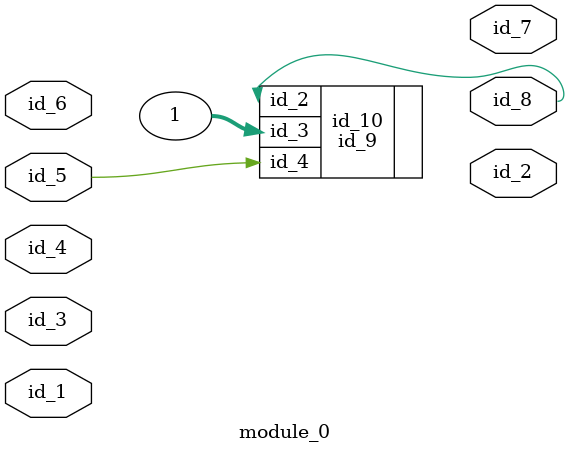
<source format=v>
module module_0 (
    id_1,
    id_2,
    id_3,
    id_4,
    id_5,
    id_6,
    id_7,
    id_8
);
  output id_8;
  output id_7;
  input id_6;
  input id_5;
  input id_4;
  input id_3;
  output id_2;
  input id_1;
  id_9 id_10 (
      .id_3(id_8),
      .id_4(id_5),
      .id_4(id_2),
      .id_4(id_5),
      .id_3(1),
      .id_2(id_8)
  );
endmodule

</source>
